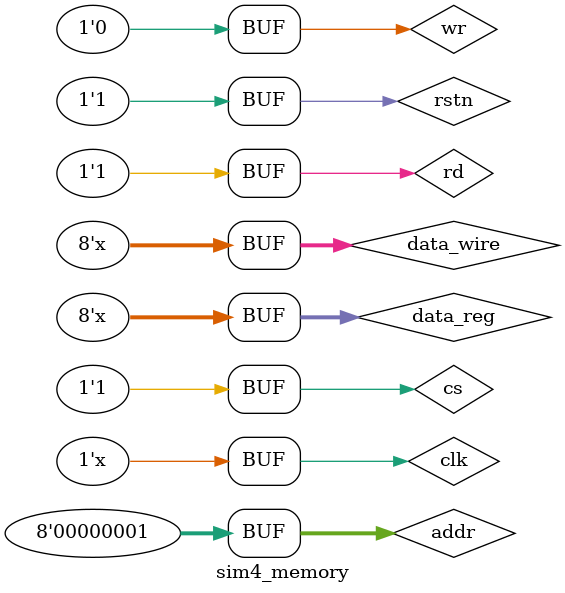
<source format=v>
module sim4_memory;
reg rd,cs,wr;
reg [7:0] addr;
wire [7:0] data_wire;
reg [7:0] data_reg;
reg clk,rstn;
always #5 clk = ~clk;
assign data_wire = data_reg;
initial begin 
    rd = 0;
    cs = 0;
    addr = 0;
    rstn = 0;
    data_reg = 8'bz;
    clk = 0;
    wr = 0;
    #5 rstn = 1;
    #10 addr <= 1;
        data_reg <= 6;
        wr <= 1;
        cs <= 1;
        rd <= 0;
    #10 addr <= 0;
        data_reg <= 8'bz;
        wr <= 0;
        cs <= 1;
        rd <= 1;
    #10 addr <= 1;
        data_reg <= 8'bz;
        wr <= 0;
        cs <= 1;
        rd <= 1;
end

RAM m1(
    .data_wire(data_wire),
    .clk(clk),
    .rd(rd),
    .wr(wr),
    .cs(cs),
    .rstn(rstn),
    .addr(addr)
);
endmodule
</source>
